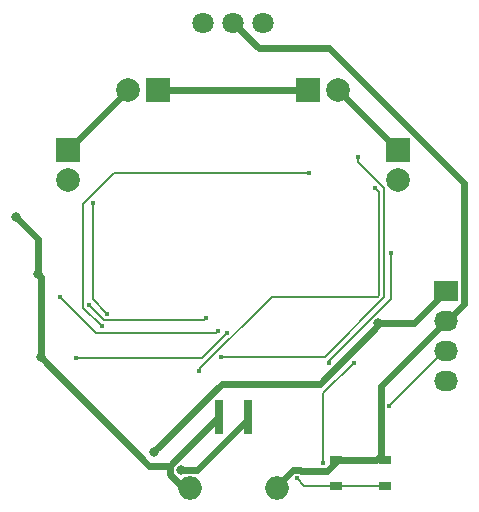
<source format=gbl>
G04 #@! TF.FileFunction,Copper,L2,Bot,Signal*
%FSLAX46Y46*%
G04 Gerber Fmt 4.6, Leading zero omitted, Abs format (unit mm)*
G04 Created by KiCad (PCBNEW 4.0.1-stable) date 2017/04/12 14:46:20*
%MOMM*%
G01*
G04 APERTURE LIST*
%ADD10C,0.100000*%
%ADD11R,2.000000X2.000000*%
%ADD12C,2.000000*%
%ADD13O,2.000000X2.000000*%
%ADD14R,0.700000X3.000000*%
%ADD15R,1.050000X0.650000*%
%ADD16C,1.800000*%
%ADD17R,2.032000X1.727200*%
%ADD18O,2.032000X1.727200*%
%ADD19C,0.800000*%
%ADD20C,0.400000*%
%ADD21C,0.600000*%
%ADD22C,0.200000*%
G04 APERTURE END LIST*
D10*
D11*
X113970000Y-91110000D03*
D12*
X113970000Y-93650000D03*
D11*
X86030000Y-91110000D03*
D12*
X86030000Y-93650000D03*
D11*
X106350000Y-86030000D03*
D12*
X108890000Y-86030000D03*
D11*
X93650000Y-86030000D03*
D12*
X91110000Y-86030000D03*
D13*
X96300000Y-119685000D03*
X103700000Y-119685000D03*
D14*
X98800000Y-113685000D03*
X101200000Y-113685000D03*
D15*
X112870000Y-117340000D03*
X108720000Y-117340000D03*
X108720000Y-119490000D03*
X112870000Y-119490000D03*
D16*
X102540000Y-80315000D03*
X100000000Y-80315000D03*
X97460000Y-80315000D03*
D17*
X118000000Y-103000000D03*
D18*
X118000000Y-105540000D03*
X118000000Y-108080000D03*
X118000000Y-110620000D03*
D19*
X83442300Y-101565800D03*
X81605100Y-96771700D03*
X83695500Y-108631700D03*
X112283000Y-105696500D03*
X93310800Y-116650700D03*
D20*
X89330100Y-104927700D03*
X88077800Y-95537900D03*
X110186900Y-109090000D03*
X107620000Y-117578300D03*
X105351000Y-118868500D03*
X98915400Y-108567800D03*
X110550300Y-91626000D03*
X88889200Y-106006300D03*
X106375000Y-93003500D03*
X97122900Y-109810000D03*
X112029600Y-94315700D03*
X113176100Y-112772600D03*
X113303700Y-99780000D03*
X108079700Y-109061400D03*
X98702800Y-106353300D03*
X85315300Y-103500000D03*
X99450200Y-106554500D03*
X86673500Y-108694000D03*
X97646200Y-105310000D03*
X87802900Y-104212500D03*
D19*
X95532300Y-118160600D03*
D21*
X118085200Y-105540000D02*
X118000000Y-105540000D01*
X119516400Y-104108800D02*
X118085200Y-105540000D01*
X119516400Y-93899400D02*
X119516400Y-104108800D01*
X108078900Y-82461900D02*
X119516400Y-93899400D01*
X102146900Y-82461900D02*
X108078900Y-82461900D01*
X100000000Y-80315000D02*
X102146900Y-82461900D01*
X112475400Y-111064600D02*
X112475400Y-116945400D01*
X118000000Y-105540000D02*
X112475400Y-111064600D01*
X112475400Y-116945400D02*
X112870000Y-117340000D01*
X112080800Y-117340000D02*
X112475400Y-116945400D01*
X108720000Y-117340000D02*
X112080800Y-117340000D01*
X103700000Y-119502500D02*
X103700000Y-119685000D01*
X105034300Y-118168200D02*
X103700000Y-119502500D01*
X105641200Y-118168200D02*
X105034300Y-118168200D01*
X105751600Y-118278600D02*
X105641200Y-118168200D01*
X107910200Y-118278600D02*
X105751600Y-118278600D01*
X108720000Y-117468800D02*
X107910200Y-118278600D01*
X108720000Y-117340000D02*
X108720000Y-117468800D01*
X83442300Y-98608900D02*
X81605100Y-96771700D01*
X83442300Y-101565800D02*
X83442300Y-98608900D01*
X94592500Y-118512900D02*
X94592500Y-117821400D01*
X95764600Y-119685000D02*
X94592500Y-118512900D01*
X96300000Y-119685000D02*
X95764600Y-119685000D01*
X98728900Y-113685000D02*
X98800000Y-113685000D01*
X94592500Y-117821400D02*
X98728900Y-113685000D01*
X92885200Y-117821400D02*
X83695500Y-108631700D01*
X94592500Y-117821400D02*
X92885200Y-117821400D01*
X83695500Y-101819000D02*
X83442300Y-101565800D01*
X83695500Y-108631700D02*
X83695500Y-101819000D01*
X115303500Y-105696500D02*
X118000000Y-103000000D01*
X112283000Y-105696500D02*
X115303500Y-105696500D01*
X93310800Y-116579300D02*
X93310800Y-116650700D01*
X99019800Y-110870300D02*
X93310800Y-116579300D01*
X107333400Y-110870300D02*
X99019800Y-110870300D01*
X112283000Y-105920700D02*
X107333400Y-110870300D01*
X112283000Y-105696500D02*
X112283000Y-105920700D01*
X108890000Y-86030000D02*
X113970000Y-91110000D01*
X91110000Y-86030000D02*
X86030000Y-91110000D01*
D22*
X88077800Y-103675400D02*
X89330100Y-104927700D01*
X88077800Y-95537900D02*
X88077800Y-103675400D01*
X107620000Y-111656900D02*
X107620000Y-117578300D01*
X110186900Y-109090000D02*
X107620000Y-111656900D01*
X108720000Y-119490000D02*
X112870000Y-119490000D01*
X105972500Y-119490000D02*
X108720000Y-119490000D01*
X105351000Y-118868500D02*
X105972500Y-119490000D01*
X107736400Y-108567800D02*
X98915400Y-108567800D01*
X112765800Y-103538400D02*
X107736400Y-108567800D01*
X112765800Y-94286200D02*
X112765800Y-103538400D01*
X110550300Y-92070700D02*
X112765800Y-94286200D01*
X110550300Y-91626000D02*
X110550300Y-92070700D01*
X87289000Y-104406100D02*
X88889200Y-106006300D01*
X87289000Y-95619200D02*
X87289000Y-104406100D01*
X89904700Y-93003500D02*
X87289000Y-95619200D01*
X106375000Y-93003500D02*
X89904700Y-93003500D01*
X97122900Y-109639800D02*
X97122900Y-109810000D01*
X103226400Y-103536300D02*
X97122900Y-109639800D01*
X112201600Y-103536300D02*
X103226400Y-103536300D01*
X112365400Y-103372500D02*
X112201600Y-103536300D01*
X112365400Y-94651500D02*
X112365400Y-103372500D01*
X112029600Y-94315700D02*
X112365400Y-94651500D01*
X117868700Y-108080000D02*
X113176100Y-112772600D01*
X118000000Y-108080000D02*
X117868700Y-108080000D01*
X108079700Y-108909500D02*
X108079700Y-109061400D01*
X113303700Y-103685500D02*
X108079700Y-108909500D01*
X113303700Y-99780000D02*
X113303700Y-103685500D01*
X98534500Y-106521600D02*
X98702800Y-106353300D01*
X88336900Y-106521600D02*
X98534500Y-106521600D01*
X85315300Y-103500000D02*
X88336900Y-106521600D01*
X97310700Y-108694000D02*
X86673500Y-108694000D01*
X99450200Y-106554500D02*
X97310700Y-108694000D01*
X97528200Y-105428000D02*
X97646200Y-105310000D01*
X89018400Y-105428000D02*
X97528200Y-105428000D01*
X87802900Y-104212500D02*
X89018400Y-105428000D01*
D21*
X101200000Y-113875200D02*
X101200000Y-113685000D01*
X96914600Y-118160600D02*
X101200000Y-113875200D01*
X95532300Y-118160600D02*
X96914600Y-118160600D01*
X93650000Y-86030000D02*
X106350000Y-86030000D01*
M02*

</source>
